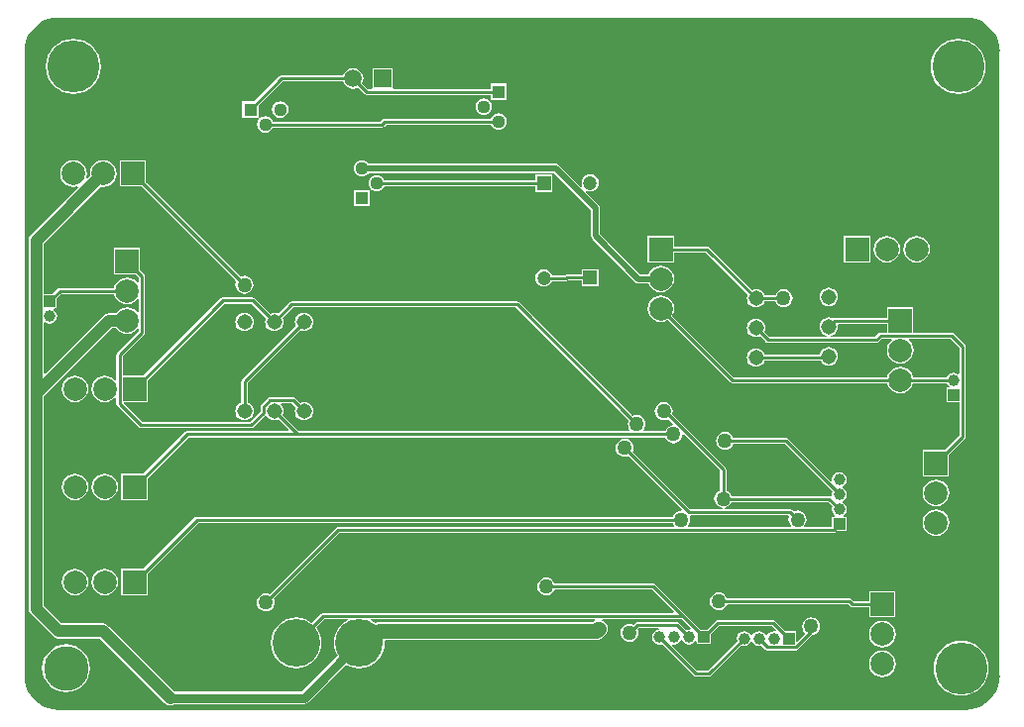
<source format=gbl>
G04*
G04 #@! TF.GenerationSoftware,Altium Limited,Altium Designer,20.0.9 (164)*
G04*
G04 Layer_Physical_Order=2*
G04 Layer_Color=16711680*
%FSLAX25Y25*%
%MOIN*%
G70*
G01*
G75*
%ADD17C,0.01000*%
%ADD64C,0.02000*%
%ADD66C,0.04000*%
%ADD67C,0.03000*%
%ADD68C,0.05906*%
%ADD69R,0.05906X0.05906*%
%ADD70R,0.07913X0.07913*%
%ADD71C,0.07913*%
%ADD72R,0.07913X0.07913*%
%ADD73C,0.05150*%
%ADD74C,0.03937*%
%ADD75R,0.03937X0.03937*%
%ADD76R,0.04449X0.04449*%
%ADD77C,0.04449*%
%ADD78R,0.03937X0.03937*%
%ADD79C,0.16000*%
%ADD80R,0.04449X0.04449*%
%ADD81C,0.04724*%
%ADD82R,0.04724X0.04724*%
%ADD83C,0.05000*%
%ADD84C,0.15000*%
%ADD85C,0.17500*%
%ADD86C,0.05000*%
G36*
X451797Y341344D02*
X453549Y340923D01*
X455214Y340234D01*
X456751Y339292D01*
X458121Y338121D01*
X459292Y336751D01*
X460234Y335214D01*
X460923Y333549D01*
X461344Y331797D01*
X461484Y330018D01*
X461480Y330000D01*
Y120000D01*
X461484Y119982D01*
X461344Y118203D01*
X460923Y116451D01*
X460234Y114786D01*
X459292Y113249D01*
X458121Y111879D01*
X456751Y110708D01*
X455214Y109766D01*
X453549Y109077D01*
X451797Y108656D01*
X450018Y108516D01*
X450000Y108520D01*
X145000D01*
X144982Y108516D01*
X143203Y108656D01*
X141451Y109077D01*
X139786Y109766D01*
X138249Y110708D01*
X136879Y111879D01*
X135708Y113249D01*
X134766Y114786D01*
X134077Y116451D01*
X133656Y118203D01*
X133516Y119982D01*
X133520Y120000D01*
X133519Y330000D01*
X133520Y330000D01*
X133520D01*
X133553Y330486D01*
X133656Y331797D01*
X134077Y333549D01*
X134766Y335214D01*
X135708Y336751D01*
X136879Y338121D01*
X138249Y339292D01*
X139786Y340234D01*
X141451Y340923D01*
X143203Y341344D01*
X144982Y341484D01*
X145000Y341480D01*
X450000D01*
X450018Y341484D01*
X451797Y341344D01*
D02*
G37*
%LPC*%
G36*
X447500Y334295D02*
X445687Y334116D01*
X443943Y333587D01*
X442336Y332728D01*
X440928Y331572D01*
X439772Y330164D01*
X438913Y328557D01*
X438384Y326813D01*
X438205Y325000D01*
X438384Y323187D01*
X438913Y321443D01*
X439772Y319836D01*
X440928Y318428D01*
X442336Y317272D01*
X443943Y316413D01*
X445687Y315884D01*
X447500Y315705D01*
X449313Y315884D01*
X451057Y316413D01*
X452664Y317272D01*
X454072Y318428D01*
X455228Y319836D01*
X456087Y321443D01*
X456616Y323187D01*
X456795Y325000D01*
X456616Y326813D01*
X456087Y328557D01*
X455228Y330164D01*
X454072Y331572D01*
X452664Y332728D01*
X451057Y333587D01*
X449313Y334116D01*
X447500Y334295D01*
D02*
G37*
G36*
X150000D02*
X148187Y334116D01*
X146443Y333587D01*
X144836Y332728D01*
X143428Y331572D01*
X142272Y330164D01*
X141413Y328557D01*
X140884Y326813D01*
X140705Y325000D01*
X140884Y323187D01*
X141413Y321443D01*
X142272Y319836D01*
X143428Y318428D01*
X144836Y317272D01*
X146443Y316413D01*
X148187Y315884D01*
X150000Y315705D01*
X151813Y315884D01*
X153557Y316413D01*
X155164Y317272D01*
X156572Y318428D01*
X157728Y319836D01*
X158587Y321443D01*
X159116Y323187D01*
X159295Y325000D01*
X159116Y326813D01*
X158587Y328557D01*
X157728Y330164D01*
X156572Y331572D01*
X155164Y332728D01*
X153557Y333587D01*
X151813Y334116D01*
X150000Y334295D01*
D02*
G37*
G36*
X244000Y324482D02*
X243099Y324364D01*
X242259Y324016D01*
X241537Y323463D01*
X240984Y322741D01*
X240685Y322020D01*
X220000D01*
X219610Y321942D01*
X219279Y321721D01*
X210783Y313224D01*
X206776D01*
Y307776D01*
X211731D01*
X211736Y307776D01*
X211736Y307776D01*
X212209Y307776D01*
X212524Y307400D01*
X212120Y306874D01*
X211846Y306211D01*
X211752Y305500D01*
X211846Y304789D01*
X212120Y304126D01*
X212557Y303557D01*
X213126Y303120D01*
X213789Y302846D01*
X214500Y302752D01*
X215211Y302846D01*
X215874Y303120D01*
X216443Y303557D01*
X216880Y304126D01*
X217026Y304480D01*
X253800D01*
X254190Y304558D01*
X254521Y304779D01*
X255222Y305480D01*
X290474D01*
X290620Y305126D01*
X291057Y304557D01*
X291626Y304120D01*
X292289Y303846D01*
X293000Y303752D01*
X293711Y303846D01*
X294374Y304120D01*
X294943Y304557D01*
X295380Y305126D01*
X295654Y305789D01*
X295748Y306500D01*
X295654Y307211D01*
X295380Y307874D01*
X294943Y308443D01*
X294374Y308880D01*
X293711Y309154D01*
X293000Y309248D01*
X292289Y309154D01*
X291626Y308880D01*
X291057Y308443D01*
X290620Y307874D01*
X290474Y307520D01*
X254800D01*
X254410Y307442D01*
X254079Y307221D01*
X253378Y306520D01*
X217026D01*
X216880Y306874D01*
X216443Y307443D01*
X215874Y307880D01*
X215211Y308154D01*
X214500Y308248D01*
X213789Y308154D01*
X213126Y307880D01*
X212600Y307476D01*
X212224Y307791D01*
X212224Y308264D01*
X212224Y308264D01*
X212224Y308269D01*
Y311783D01*
X220422Y319980D01*
X240685D01*
X240984Y319259D01*
X241537Y318537D01*
X242259Y317984D01*
X243099Y317636D01*
X244000Y317517D01*
X244901Y317636D01*
X245623Y317935D01*
X247779Y315779D01*
X248110Y315558D01*
X248500Y315480D01*
X290276D01*
Y314269D01*
X290276Y314264D01*
X290276Y314264D01*
X290276Y313791D01*
X289899Y313476D01*
X289374Y313880D01*
X288711Y314154D01*
X288000Y314248D01*
X287289Y314154D01*
X286626Y313880D01*
X286057Y313443D01*
X285620Y312874D01*
X285346Y312211D01*
X285252Y311500D01*
X285346Y310789D01*
X285620Y310126D01*
X286057Y309557D01*
X286626Y309120D01*
X287289Y308846D01*
X288000Y308752D01*
X288711Y308846D01*
X289374Y309120D01*
X289943Y309557D01*
X290380Y310126D01*
X290654Y310789D01*
X290748Y311500D01*
X290654Y312211D01*
X290380Y312874D01*
X289977Y313400D01*
X290291Y313776D01*
X290764Y313776D01*
X290764Y313776D01*
X290769Y313776D01*
X295724D01*
Y319224D01*
X290276D01*
Y317520D01*
X257941D01*
X257453Y317547D01*
X257453Y318020D01*
Y324453D01*
X250547D01*
X250547Y317547D01*
X250059Y317520D01*
X248922D01*
X247065Y319377D01*
X247364Y320099D01*
X247482Y321000D01*
X247364Y321901D01*
X247016Y322741D01*
X246462Y323463D01*
X245741Y324016D01*
X244901Y324364D01*
X244000Y324482D01*
D02*
G37*
G36*
X219500Y313248D02*
X218789Y313154D01*
X218126Y312880D01*
X217557Y312443D01*
X217120Y311874D01*
X216846Y311211D01*
X216752Y310500D01*
X216846Y309789D01*
X217120Y309126D01*
X217557Y308557D01*
X218126Y308120D01*
X218789Y307846D01*
X219500Y307752D01*
X220211Y307846D01*
X220874Y308120D01*
X221443Y308557D01*
X221880Y309126D01*
X222154Y309789D01*
X222248Y310500D01*
X222154Y311211D01*
X221880Y311874D01*
X221443Y312443D01*
X220874Y312880D01*
X220211Y313154D01*
X219500Y313248D01*
D02*
G37*
G36*
X160000Y293495D02*
X158837Y293342D01*
X157752Y292893D01*
X156822Y292179D01*
X156107Y291248D01*
X155658Y290163D01*
X155505Y289000D01*
X155608Y288213D01*
X154637Y287242D01*
X154213Y287525D01*
X154342Y287837D01*
X154495Y289000D01*
X154342Y290163D01*
X153893Y291248D01*
X153179Y292179D01*
X152248Y292893D01*
X151163Y293342D01*
X150000Y293495D01*
X148837Y293342D01*
X147752Y292893D01*
X146821Y292179D01*
X146107Y291248D01*
X145658Y290163D01*
X145505Y289000D01*
X145658Y287837D01*
X146107Y286752D01*
X146821Y285822D01*
X147752Y285107D01*
X148837Y284658D01*
X150000Y284505D01*
X151163Y284658D01*
X151475Y284787D01*
X151759Y284363D01*
X135698Y268302D01*
X135145Y267476D01*
X134951Y266500D01*
Y215000D01*
Y142500D01*
X135145Y141525D01*
X135698Y140698D01*
X143198Y133198D01*
X144025Y132645D01*
X145000Y132451D01*
X158944D01*
X180698Y110698D01*
X181525Y110145D01*
X182500Y109951D01*
X183475Y110145D01*
X183948Y110461D01*
X227630D01*
X228410Y110616D01*
X229072Y111058D01*
X241728Y123715D01*
X242862Y123109D01*
X244464Y122623D01*
X246130Y122459D01*
X247796Y122623D01*
X249398Y123109D01*
X250875Y123898D01*
X252169Y124960D01*
X253232Y126255D01*
X254021Y127731D01*
X254507Y129334D01*
X254671Y131000D01*
X254612Y131604D01*
X254947Y131974D01*
X325800D01*
X326583Y132077D01*
X327313Y132379D01*
X327940Y132860D01*
X328740Y133660D01*
X329221Y134287D01*
X329523Y135017D01*
X329626Y135800D01*
X329523Y136583D01*
X329221Y137313D01*
X328740Y137940D01*
X328113Y138420D01*
X327727Y138580D01*
X327826Y139080D01*
X354478D01*
X357663Y135895D01*
X357417Y135434D01*
X357000Y135517D01*
X356103Y135338D01*
X353721Y137721D01*
X353390Y137942D01*
X353000Y138020D01*
X339600D01*
X339210Y137942D01*
X338879Y137721D01*
X338277Y137118D01*
X337783Y137323D01*
X337000Y137426D01*
X336217Y137323D01*
X335487Y137021D01*
X334860Y136540D01*
X334380Y135913D01*
X334077Y135183D01*
X333974Y134400D01*
X334077Y133617D01*
X334380Y132887D01*
X334860Y132260D01*
X335487Y131780D01*
X336217Y131477D01*
X337000Y131374D01*
X337783Y131477D01*
X338513Y131780D01*
X339140Y132260D01*
X339620Y132887D01*
X339923Y133617D01*
X340026Y134400D01*
X339923Y135183D01*
X339754Y135592D01*
X340068Y135980D01*
X346730D01*
X346768Y135972D01*
X346817Y135480D01*
X346707Y135459D01*
X346037Y135325D01*
X345220Y134780D01*
X344675Y133963D01*
X344483Y133000D01*
X344675Y132037D01*
X345220Y131220D01*
X346037Y130675D01*
X347000Y130483D01*
X347897Y130661D01*
X358579Y119979D01*
X358910Y119758D01*
X359300Y119680D01*
X363700D01*
X364090Y119758D01*
X364421Y119979D01*
X374603Y130161D01*
X375500Y129983D01*
X376463Y130175D01*
X377280Y130720D01*
X377722Y131383D01*
X377764Y131397D01*
X378237D01*
X378278Y131383D01*
X378720Y130720D01*
X379537Y130175D01*
X380500Y129983D01*
X381397Y130161D01*
X382748Y128811D01*
X383078Y128589D01*
X383469Y128512D01*
X392883D01*
X393273Y128589D01*
X393604Y128811D01*
X398383Y133589D01*
X398858Y133652D01*
X399588Y133954D01*
X400214Y134435D01*
X400695Y135062D01*
X400998Y135792D01*
X401101Y136575D01*
X400998Y137358D01*
X400695Y138088D01*
X400214Y138714D01*
X399588Y139195D01*
X398858Y139498D01*
X398075Y139601D01*
X397292Y139498D01*
X396562Y139195D01*
X395935Y138714D01*
X395454Y138088D01*
X395152Y137358D01*
X395049Y136575D01*
X395152Y135792D01*
X395454Y135062D01*
X395935Y134435D01*
X395960Y134051D01*
X393430Y131521D01*
X392969Y131712D01*
Y134968D01*
X389473D01*
X386121Y138321D01*
X385790Y138542D01*
X385400Y138620D01*
X366600D01*
X366210Y138542D01*
X365879Y138321D01*
X363027Y135468D01*
X360973D01*
X355621Y140821D01*
X345721Y150721D01*
X345390Y150942D01*
X345000Y151020D01*
X311825D01*
X311620Y151513D01*
X311140Y152140D01*
X310513Y152620D01*
X309783Y152923D01*
X309000Y153026D01*
X308217Y152923D01*
X307487Y152620D01*
X306860Y152140D01*
X306380Y151513D01*
X306077Y150783D01*
X305974Y150000D01*
X306077Y149217D01*
X306380Y148487D01*
X306860Y147860D01*
X307487Y147380D01*
X308217Y147077D01*
X309000Y146974D01*
X309783Y147077D01*
X310513Y147380D01*
X311140Y147860D01*
X311620Y148487D01*
X311825Y148980D01*
X344578D01*
X351976Y141581D01*
X351785Y141120D01*
X233970D01*
X233580Y141042D01*
X233249Y140821D01*
X230118Y137689D01*
X229615Y138102D01*
X228138Y138891D01*
X226536Y139377D01*
X224870Y139541D01*
X223204Y139377D01*
X221602Y138891D01*
X220125Y138102D01*
X218830Y137039D01*
X217768Y135745D01*
X216979Y134269D01*
X216493Y132666D01*
X216329Y131000D01*
X216493Y129334D01*
X216979Y127731D01*
X217768Y126255D01*
X218830Y124960D01*
X220125Y123898D01*
X221602Y123109D01*
X223204Y122623D01*
X224870Y122459D01*
X226536Y122623D01*
X228138Y123109D01*
X229615Y123898D01*
X230909Y124960D01*
X231972Y126255D01*
X232761Y127731D01*
X233247Y129334D01*
X233411Y131000D01*
X233247Y132666D01*
X232761Y134269D01*
X231972Y135745D01*
X231559Y136248D01*
X234392Y139080D01*
X242155D01*
X242280Y138580D01*
X241385Y138102D01*
X240090Y137039D01*
X239028Y135745D01*
X238239Y134269D01*
X237753Y132666D01*
X237589Y131000D01*
X237753Y129334D01*
X238239Y127731D01*
X238845Y126599D01*
X226785Y114539D01*
X184066D01*
X161802Y136802D01*
X160976Y137355D01*
X160000Y137549D01*
X146056D01*
X140049Y143556D01*
Y213944D01*
X163056Y236951D01*
X164338D01*
X164822Y236321D01*
X165752Y235607D01*
X166837Y235158D01*
X168000Y235005D01*
X169163Y235158D01*
X170248Y235607D01*
X171178Y236321D01*
X171480Y236715D01*
X171980Y236545D01*
Y235922D01*
X164779Y228721D01*
X164558Y228390D01*
X164480Y228000D01*
Y219455D01*
X163980Y219285D01*
X163679Y219678D01*
X162748Y220393D01*
X161663Y220842D01*
X160500Y220995D01*
X159337Y220842D01*
X158252Y220393D01*
X157322Y219678D01*
X156607Y218748D01*
X156158Y217663D01*
X156005Y216500D01*
X156158Y215337D01*
X156607Y214252D01*
X157322Y213321D01*
X158252Y212607D01*
X159337Y212158D01*
X160500Y212005D01*
X161663Y212158D01*
X162748Y212607D01*
X163679Y213321D01*
X163980Y213715D01*
X164480Y213545D01*
Y211500D01*
X164558Y211110D01*
X164779Y210779D01*
X171979Y203579D01*
X172310Y203358D01*
X172700Y203280D01*
X209800D01*
X210190Y203358D01*
X210521Y203579D01*
X214308Y207366D01*
X214439Y207387D01*
X214938Y207289D01*
X215307Y206807D01*
X215949Y206314D01*
X216697Y206004D01*
X217500Y205899D01*
X218303Y206004D01*
X218834Y206224D01*
X222376Y202681D01*
X222185Y202220D01*
X188200D01*
X187810Y202142D01*
X187479Y201921D01*
X173515Y187957D01*
X166043D01*
Y179043D01*
X174957D01*
Y186515D01*
X188622Y200180D01*
X348980D01*
X349184Y199687D01*
X349665Y199060D01*
X350292Y198580D01*
X351022Y198277D01*
X351805Y198174D01*
X352588Y198277D01*
X353318Y198580D01*
X353944Y199060D01*
X354425Y199687D01*
X354728Y200417D01*
X354804Y201001D01*
X355308Y201205D01*
X367480Y189032D01*
Y182325D01*
X366987Y182121D01*
X366360Y181640D01*
X365880Y181013D01*
X365577Y180283D01*
X365474Y179500D01*
X365577Y178717D01*
X365880Y177987D01*
X366360Y177360D01*
X366987Y176880D01*
X367717Y176577D01*
X368155Y176520D01*
X368122Y176020D01*
X357422D01*
X338118Y195324D01*
X338323Y195817D01*
X338426Y196600D01*
X338323Y197383D01*
X338020Y198113D01*
X337540Y198740D01*
X336913Y199221D01*
X336183Y199523D01*
X335400Y199626D01*
X334617Y199523D01*
X333887Y199221D01*
X333260Y198740D01*
X332780Y198113D01*
X332477Y197383D01*
X332374Y196600D01*
X332477Y195817D01*
X332780Y195087D01*
X333260Y194460D01*
X333887Y193980D01*
X334617Y193677D01*
X335400Y193574D01*
X336183Y193677D01*
X336677Y193882D01*
X354609Y175949D01*
X354601Y175933D01*
X354334Y175517D01*
X353617Y175423D01*
X352887Y175120D01*
X352260Y174640D01*
X351780Y174013D01*
X351575Y173520D01*
X191500D01*
X191110Y173442D01*
X190779Y173221D01*
X173515Y155957D01*
X166043D01*
Y147043D01*
X174957D01*
Y154515D01*
X191922Y171480D01*
X351575D01*
X351780Y170987D01*
X352138Y170520D01*
X351927Y170020D01*
X239050D01*
X238660Y169942D01*
X238329Y169721D01*
X215977Y147368D01*
X215483Y147572D01*
X214700Y147676D01*
X213917Y147572D01*
X213187Y147270D01*
X212560Y146789D01*
X212080Y146162D01*
X211777Y145433D01*
X211674Y144650D01*
X211777Y143866D01*
X212080Y143137D01*
X212560Y142510D01*
X213187Y142029D01*
X213917Y141727D01*
X214700Y141624D01*
X215483Y141727D01*
X216213Y142029D01*
X216840Y142510D01*
X217320Y143137D01*
X217623Y143866D01*
X217726Y144650D01*
X217623Y145433D01*
X217418Y145926D01*
X239473Y167980D01*
X405500D01*
X405890Y168058D01*
X406221Y168279D01*
X406473Y168532D01*
X409969D01*
Y173468D01*
X409055D01*
X408903Y173969D01*
X409280Y174220D01*
X409825Y175037D01*
X410017Y176000D01*
X409825Y176963D01*
X409280Y177780D01*
X408617Y178222D01*
X408603Y178263D01*
Y178736D01*
X408617Y178778D01*
X409280Y179220D01*
X409825Y180037D01*
X410017Y181000D01*
X409825Y181963D01*
X409280Y182780D01*
X408617Y183222D01*
X408603Y183264D01*
Y183737D01*
X408617Y183778D01*
X409280Y184220D01*
X409825Y185037D01*
X410017Y186000D01*
X409825Y186963D01*
X409280Y187780D01*
X408463Y188325D01*
X407500Y188517D01*
X406537Y188325D01*
X405720Y187780D01*
X405175Y186963D01*
X404983Y186000D01*
X405066Y185583D01*
X404605Y185337D01*
X390221Y199721D01*
X389890Y199942D01*
X389500Y200020D01*
X371925D01*
X371721Y200513D01*
X371240Y201140D01*
X370613Y201621D01*
X369883Y201923D01*
X369100Y202026D01*
X368317Y201923D01*
X367587Y201621D01*
X366960Y201140D01*
X366479Y200513D01*
X366177Y199783D01*
X366074Y199000D01*
X366177Y198217D01*
X366479Y197487D01*
X366960Y196860D01*
X367587Y196379D01*
X368317Y196077D01*
X369100Y195974D01*
X369883Y196077D01*
X370613Y196379D01*
X371240Y196860D01*
X371721Y197487D01*
X371925Y197980D01*
X389078D01*
X405162Y181897D01*
X404983Y181000D01*
X405067Y180578D01*
X404944Y180451D01*
X404614Y180292D01*
X404390Y180442D01*
X404000Y180520D01*
X371325D01*
X371121Y181013D01*
X370640Y181640D01*
X370013Y182121D01*
X369520Y182325D01*
Y189454D01*
X369442Y189845D01*
X369221Y190175D01*
X351352Y208045D01*
X351423Y208217D01*
X351526Y209000D01*
X351423Y209783D01*
X351120Y210513D01*
X350640Y211140D01*
X350013Y211620D01*
X349283Y211923D01*
X348500Y212026D01*
X347717Y211923D01*
X346987Y211620D01*
X346360Y211140D01*
X345880Y210513D01*
X345577Y209783D01*
X345474Y209000D01*
X345577Y208217D01*
X345880Y207487D01*
X346360Y206860D01*
X346987Y206380D01*
X347717Y206077D01*
X348500Y205974D01*
X349283Y206077D01*
X350013Y206380D01*
X350081Y206432D01*
X351810Y204703D01*
X351606Y204200D01*
X351022Y204123D01*
X350292Y203820D01*
X349665Y203340D01*
X349184Y202713D01*
X348980Y202220D01*
X341877D01*
X341666Y202720D01*
X342024Y203187D01*
X342327Y203917D01*
X342430Y204700D01*
X342327Y205483D01*
X342024Y206213D01*
X341543Y206840D01*
X340917Y207320D01*
X340187Y207623D01*
X339404Y207726D01*
X338621Y207623D01*
X338127Y207418D01*
X299925Y245621D01*
X299594Y245842D01*
X299204Y245920D01*
X223400D01*
X223010Y245842D01*
X222679Y245621D01*
X218834Y241776D01*
X218303Y241996D01*
X217500Y242101D01*
X216697Y241996D01*
X216166Y241776D01*
X211021Y246921D01*
X210690Y247142D01*
X210300Y247220D01*
X200200D01*
X199810Y247142D01*
X199479Y246921D01*
X173515Y220957D01*
X166520D01*
Y227578D01*
X173721Y234779D01*
X173942Y235110D01*
X174020Y235500D01*
Y254500D01*
X173942Y254890D01*
X173721Y255221D01*
X172457Y256485D01*
Y263957D01*
X163543D01*
Y255043D01*
X171015D01*
X171980Y254078D01*
Y252455D01*
X171480Y252285D01*
X171178Y252678D01*
X170248Y253393D01*
X169163Y253842D01*
X168000Y253995D01*
X166837Y253842D01*
X165752Y253393D01*
X164822Y252678D01*
X164107Y251748D01*
X163658Y250663D01*
X163639Y250520D01*
X145500D01*
X145110Y250442D01*
X144779Y250221D01*
X143027Y248468D01*
X140049D01*
Y265444D01*
X159213Y284608D01*
X160000Y284505D01*
X161163Y284658D01*
X162248Y285107D01*
X163179Y285822D01*
X163893Y286752D01*
X164342Y287837D01*
X164495Y289000D01*
X164342Y290163D01*
X163893Y291248D01*
X163179Y292179D01*
X162248Y292893D01*
X161163Y293342D01*
X160000Y293495D01*
D02*
G37*
G36*
X311012Y288563D02*
X305287D01*
Y286720D01*
X254487D01*
X254340Y287075D01*
X253904Y287644D01*
X253335Y288081D01*
X252672Y288355D01*
X251961Y288449D01*
X251249Y288355D01*
X250587Y288081D01*
X250017Y287644D01*
X249581Y287075D01*
X249306Y286412D01*
X249213Y285701D01*
X249306Y284990D01*
X249581Y284327D01*
X249984Y283801D01*
X249670Y283425D01*
X249196Y283425D01*
X249196Y283425D01*
X249191Y283425D01*
X244236D01*
Y277976D01*
X249685D01*
Y282932D01*
X249685Y282936D01*
X249685Y282937D01*
X249685Y283410D01*
X250061Y283724D01*
X250587Y283321D01*
X251249Y283047D01*
X251961Y282953D01*
X252672Y283047D01*
X253335Y283321D01*
X253904Y283758D01*
X254340Y284327D01*
X254487Y284681D01*
X305287D01*
Y282839D01*
X311012D01*
Y288563D01*
D02*
G37*
G36*
X246961Y293449D02*
X246249Y293355D01*
X245587Y293081D01*
X245018Y292644D01*
X244581Y292075D01*
X244306Y291412D01*
X244213Y290701D01*
X244306Y289990D01*
X244581Y289327D01*
X245018Y288758D01*
X245587Y288321D01*
X246249Y288047D01*
X246961Y287953D01*
X247672Y288047D01*
X248335Y288321D01*
X248904Y288758D01*
X249221Y289171D01*
X311666D01*
X324037Y276800D01*
Y267933D01*
X324154Y267348D01*
X324485Y266852D01*
X338919Y252419D01*
X339415Y252087D01*
X340000Y251971D01*
X343310D01*
X343607Y251252D01*
X344321Y250322D01*
X345252Y249607D01*
X346337Y249158D01*
X347500Y249005D01*
X348663Y249158D01*
X349748Y249607D01*
X350678Y250322D01*
X351393Y251252D01*
X351842Y252337D01*
X351995Y253500D01*
X351842Y254663D01*
X351393Y255748D01*
X350678Y256679D01*
X349748Y257393D01*
X348663Y257842D01*
X347500Y257995D01*
X346337Y257842D01*
X345252Y257393D01*
X344321Y256679D01*
X343607Y255748D01*
X343310Y255029D01*
X340634D01*
X327096Y268567D01*
Y277433D01*
X326979Y278019D01*
X326648Y278515D01*
X322397Y282766D01*
X322680Y283190D01*
X322989Y283062D01*
X323736Y282963D01*
X324483Y283062D01*
X325179Y283350D01*
X325777Y283809D01*
X326236Y284407D01*
X326524Y285103D01*
X326623Y285850D01*
X326524Y286598D01*
X326236Y287294D01*
X325777Y287892D01*
X325179Y288351D01*
X324483Y288639D01*
X323736Y288737D01*
X322989Y288639D01*
X322292Y288351D01*
X321695Y287892D01*
X321236Y287294D01*
X320948Y286598D01*
X320849Y285850D01*
X320948Y285103D01*
X321075Y284795D01*
X320651Y284511D01*
X313381Y291782D01*
X312884Y292114D01*
X312299Y292230D01*
X249221D01*
X248904Y292644D01*
X248335Y293081D01*
X247672Y293355D01*
X246961Y293449D01*
D02*
G37*
G36*
X417957Y267957D02*
X409043D01*
Y259043D01*
X417957D01*
Y267957D01*
D02*
G37*
G36*
X433500Y267995D02*
X432337Y267842D01*
X431252Y267393D01*
X430322Y266679D01*
X429607Y265748D01*
X429158Y264663D01*
X429005Y263500D01*
X429158Y262337D01*
X429607Y261252D01*
X430322Y260321D01*
X431252Y259607D01*
X432337Y259158D01*
X433500Y259005D01*
X434663Y259158D01*
X435748Y259607D01*
X436679Y260321D01*
X437393Y261252D01*
X437842Y262337D01*
X437995Y263500D01*
X437842Y264663D01*
X437393Y265748D01*
X436679Y266679D01*
X435748Y267393D01*
X434663Y267842D01*
X433500Y267995D01*
D02*
G37*
G36*
X423500D02*
X422337Y267842D01*
X421252Y267393D01*
X420322Y266679D01*
X419607Y265748D01*
X419158Y264663D01*
X419005Y263500D01*
X419158Y262337D01*
X419607Y261252D01*
X420322Y260321D01*
X421252Y259607D01*
X422337Y259158D01*
X423500Y259005D01*
X424663Y259158D01*
X425748Y259607D01*
X426679Y260321D01*
X427393Y261252D01*
X427842Y262337D01*
X427995Y263500D01*
X427842Y264663D01*
X427393Y265748D01*
X426679Y266679D01*
X425748Y267393D01*
X424663Y267842D01*
X423500Y267995D01*
D02*
G37*
G36*
X326598Y256823D02*
X320874D01*
Y254980D01*
X315950D01*
X315559Y254903D01*
X315452Y254831D01*
X310825D01*
X310650Y255254D01*
X310191Y255852D01*
X309593Y256311D01*
X308897Y256599D01*
X308150Y256698D01*
X307402Y256599D01*
X306706Y256311D01*
X306108Y255852D01*
X305649Y255254D01*
X305361Y254558D01*
X305263Y253811D01*
X305361Y253064D01*
X305649Y252367D01*
X306108Y251770D01*
X306706Y251311D01*
X307402Y251023D01*
X308150Y250924D01*
X308897Y251023D01*
X309593Y251311D01*
X310191Y251770D01*
X310650Y252367D01*
X310825Y252791D01*
X315800D01*
X316190Y252869D01*
X316298Y252941D01*
X320874D01*
Y251098D01*
X326598D01*
Y256823D01*
D02*
G37*
G36*
X174457Y293457D02*
X165543D01*
Y284543D01*
X173015D01*
X204782Y252777D01*
X204577Y252283D01*
X204474Y251500D01*
X204577Y250717D01*
X204879Y249987D01*
X205360Y249360D01*
X205987Y248880D01*
X206717Y248577D01*
X207500Y248474D01*
X208283Y248577D01*
X209013Y248880D01*
X209640Y249360D01*
X210121Y249987D01*
X210423Y250717D01*
X210526Y251500D01*
X210423Y252283D01*
X210121Y253013D01*
X209640Y253640D01*
X209013Y254120D01*
X208283Y254423D01*
X207500Y254526D01*
X206717Y254423D01*
X206224Y254218D01*
X174457Y285985D01*
Y293457D01*
D02*
G37*
G36*
X404000Y250601D02*
X403197Y250496D01*
X402449Y250186D01*
X401807Y249693D01*
X401314Y249051D01*
X401004Y248303D01*
X400899Y247500D01*
X401004Y246697D01*
X401314Y245949D01*
X401807Y245307D01*
X402449Y244814D01*
X403197Y244504D01*
X404000Y244399D01*
X404803Y244504D01*
X405551Y244814D01*
X406193Y245307D01*
X406686Y245949D01*
X406996Y246697D01*
X407101Y247500D01*
X406996Y248303D01*
X406686Y249051D01*
X406193Y249693D01*
X405551Y250186D01*
X404803Y250496D01*
X404000Y250601D01*
D02*
G37*
G36*
X351957Y267957D02*
X343043D01*
Y259043D01*
X351957D01*
Y262480D01*
X362578D01*
X376724Y248334D01*
X376504Y247803D01*
X376399Y247000D01*
X376504Y246197D01*
X376814Y245449D01*
X377307Y244807D01*
X377949Y244314D01*
X378697Y244004D01*
X379500Y243899D01*
X380303Y244004D01*
X381051Y244314D01*
X381693Y244807D01*
X382186Y245449D01*
X382406Y245980D01*
X385975D01*
X386179Y245487D01*
X386660Y244860D01*
X387287Y244379D01*
X388017Y244077D01*
X388800Y243974D01*
X389583Y244077D01*
X390313Y244379D01*
X390940Y244860D01*
X391421Y245487D01*
X391723Y246217D01*
X391826Y247000D01*
X391723Y247783D01*
X391421Y248513D01*
X390940Y249140D01*
X390313Y249621D01*
X389583Y249923D01*
X388800Y250026D01*
X388017Y249923D01*
X387287Y249621D01*
X386660Y249140D01*
X386179Y248513D01*
X385975Y248020D01*
X382406D01*
X382186Y248551D01*
X381693Y249193D01*
X381051Y249686D01*
X380303Y249996D01*
X379500Y250101D01*
X378697Y249996D01*
X378166Y249776D01*
X363721Y264221D01*
X363390Y264442D01*
X363000Y264520D01*
X351957D01*
Y267957D01*
D02*
G37*
G36*
X404000Y230601D02*
X403197Y230496D01*
X402449Y230186D01*
X401807Y229693D01*
X401314Y229051D01*
X401004Y228303D01*
X400967Y228020D01*
X382406D01*
X382186Y228551D01*
X381693Y229193D01*
X381051Y229686D01*
X380303Y229996D01*
X379500Y230101D01*
X378697Y229996D01*
X377949Y229686D01*
X377307Y229193D01*
X376814Y228551D01*
X376504Y227803D01*
X376399Y227000D01*
X376504Y226197D01*
X376814Y225449D01*
X377307Y224807D01*
X377949Y224314D01*
X378697Y224004D01*
X379500Y223899D01*
X380303Y224004D01*
X381051Y224314D01*
X381693Y224807D01*
X382186Y225449D01*
X382406Y225980D01*
X401301D01*
X401314Y225949D01*
X401807Y225307D01*
X402449Y224814D01*
X403197Y224504D01*
X404000Y224399D01*
X404803Y224504D01*
X405551Y224814D01*
X406193Y225307D01*
X406686Y225949D01*
X406996Y226697D01*
X407101Y227500D01*
X406996Y228303D01*
X406686Y229051D01*
X406193Y229693D01*
X405551Y230186D01*
X404803Y230496D01*
X404000Y230601D01*
D02*
G37*
G36*
X150500Y220995D02*
X149337Y220842D01*
X148252Y220393D01*
X147321Y219678D01*
X146607Y218748D01*
X146158Y217663D01*
X146005Y216500D01*
X146158Y215337D01*
X146607Y214252D01*
X147321Y213321D01*
X148252Y212607D01*
X149337Y212158D01*
X150500Y212005D01*
X151663Y212158D01*
X152748Y212607D01*
X153679Y213321D01*
X154393Y214252D01*
X154842Y215337D01*
X154995Y216500D01*
X154842Y217663D01*
X154393Y218748D01*
X153679Y219678D01*
X152748Y220393D01*
X151663Y220842D01*
X150500Y220995D01*
D02*
G37*
G36*
X347500Y247995D02*
X346337Y247842D01*
X345252Y247393D01*
X344321Y246678D01*
X343607Y245748D01*
X343158Y244663D01*
X343005Y243500D01*
X343158Y242337D01*
X343607Y241252D01*
X344321Y240321D01*
X345252Y239607D01*
X346337Y239158D01*
X347500Y239005D01*
X348663Y239158D01*
X349748Y239607D01*
X349863Y239695D01*
X370779Y218779D01*
X371110Y218558D01*
X371500Y218480D01*
X423639D01*
X423658Y218337D01*
X424107Y217252D01*
X424822Y216321D01*
X425752Y215607D01*
X426837Y215158D01*
X428000Y215005D01*
X429163Y215158D01*
X430248Y215607D01*
X431179Y216321D01*
X431893Y217252D01*
X432342Y218337D01*
X432361Y218480D01*
X443712D01*
X444220Y217720D01*
X444597Y217469D01*
X444446Y216968D01*
X443532D01*
Y212032D01*
X447980D01*
Y200922D01*
X443015Y195957D01*
X435543D01*
Y187043D01*
X444457D01*
Y194515D01*
X449721Y199779D01*
X449942Y200110D01*
X450020Y200500D01*
Y230800D01*
X449942Y231190D01*
X449721Y231521D01*
X446021Y235221D01*
X445690Y235442D01*
X445300Y235520D01*
X432457D01*
Y243957D01*
X423543D01*
Y240520D01*
X406000D01*
X405610Y240442D01*
X405350Y240269D01*
X404803Y240496D01*
X404000Y240601D01*
X403197Y240496D01*
X402449Y240186D01*
X401807Y239693D01*
X401314Y239051D01*
X401004Y238303D01*
X400899Y237500D01*
X401004Y236697D01*
X401314Y235949D01*
X401807Y235307D01*
X402449Y234814D01*
X403197Y234504D01*
X403113Y234020D01*
X383922D01*
X382276Y235666D01*
X382496Y236197D01*
X382601Y237000D01*
X382496Y237803D01*
X382186Y238551D01*
X381693Y239193D01*
X381051Y239686D01*
X380303Y239996D01*
X379500Y240101D01*
X378697Y239996D01*
X377949Y239686D01*
X377307Y239193D01*
X376814Y238551D01*
X376504Y237803D01*
X376399Y237000D01*
X376504Y236197D01*
X376814Y235449D01*
X377307Y234807D01*
X377949Y234314D01*
X378697Y234004D01*
X379500Y233899D01*
X380303Y234004D01*
X380834Y234224D01*
X382779Y232279D01*
X383110Y232058D01*
X383500Y231980D01*
X420000D01*
X420390Y232058D01*
X420721Y232279D01*
X421922Y233480D01*
X425045D01*
X425215Y232980D01*
X424822Y232679D01*
X424107Y231748D01*
X423658Y230663D01*
X423505Y229500D01*
X423658Y228337D01*
X424107Y227252D01*
X424822Y226322D01*
X425752Y225607D01*
X426837Y225158D01*
X428000Y225005D01*
X429163Y225158D01*
X430248Y225607D01*
X431179Y226322D01*
X431893Y227252D01*
X432342Y228337D01*
X432495Y229500D01*
X432342Y230663D01*
X431893Y231748D01*
X431179Y232679D01*
X430785Y232980D01*
X430955Y233480D01*
X444878D01*
X447980Y230378D01*
Y221747D01*
X447480Y221480D01*
X446963Y221825D01*
X446000Y222017D01*
X445037Y221825D01*
X444220Y221280D01*
X443712Y220520D01*
X432361D01*
X432342Y220663D01*
X431893Y221748D01*
X431179Y222678D01*
X430248Y223393D01*
X429163Y223842D01*
X428000Y223995D01*
X426837Y223842D01*
X425752Y223393D01*
X424822Y222678D01*
X424107Y221748D01*
X423658Y220663D01*
X423639Y220520D01*
X371922D01*
X351305Y241137D01*
X351393Y241252D01*
X351842Y242337D01*
X351995Y243500D01*
X351842Y244663D01*
X351393Y245748D01*
X350678Y246678D01*
X349748Y247393D01*
X348663Y247842D01*
X347500Y247995D01*
D02*
G37*
G36*
X160500Y187995D02*
X159337Y187842D01*
X158252Y187393D01*
X157322Y186679D01*
X156607Y185748D01*
X156158Y184663D01*
X156005Y183500D01*
X156158Y182337D01*
X156607Y181252D01*
X157322Y180322D01*
X158252Y179607D01*
X159337Y179158D01*
X160500Y179005D01*
X161663Y179158D01*
X162748Y179607D01*
X163679Y180322D01*
X164393Y181252D01*
X164842Y182337D01*
X164995Y183500D01*
X164842Y184663D01*
X164393Y185748D01*
X163679Y186679D01*
X162748Y187393D01*
X161663Y187842D01*
X160500Y187995D01*
D02*
G37*
G36*
X150500D02*
X149337Y187842D01*
X148252Y187393D01*
X147321Y186679D01*
X146607Y185748D01*
X146158Y184663D01*
X146005Y183500D01*
X146158Y182337D01*
X146607Y181252D01*
X147321Y180322D01*
X148252Y179607D01*
X149337Y179158D01*
X150500Y179005D01*
X151663Y179158D01*
X152748Y179607D01*
X153679Y180322D01*
X154393Y181252D01*
X154842Y182337D01*
X154995Y183500D01*
X154842Y184663D01*
X154393Y185748D01*
X153679Y186679D01*
X152748Y187393D01*
X151663Y187842D01*
X150500Y187995D01*
D02*
G37*
G36*
X440000Y185995D02*
X438837Y185842D01*
X437752Y185393D01*
X436822Y184678D01*
X436107Y183748D01*
X435658Y182663D01*
X435505Y181500D01*
X435658Y180337D01*
X436107Y179252D01*
X436822Y178322D01*
X437752Y177607D01*
X438837Y177158D01*
X440000Y177005D01*
X441163Y177158D01*
X442248Y177607D01*
X443179Y178322D01*
X443893Y179252D01*
X444342Y180337D01*
X444495Y181500D01*
X444342Y182663D01*
X443893Y183748D01*
X443179Y184678D01*
X442248Y185393D01*
X441163Y185842D01*
X440000Y185995D01*
D02*
G37*
G36*
Y175995D02*
X438837Y175842D01*
X437752Y175393D01*
X436822Y174679D01*
X436107Y173748D01*
X435658Y172663D01*
X435505Y171500D01*
X435658Y170337D01*
X436107Y169252D01*
X436822Y168322D01*
X437752Y167607D01*
X438837Y167158D01*
X440000Y167005D01*
X441163Y167158D01*
X442248Y167607D01*
X443179Y168322D01*
X443893Y169252D01*
X444342Y170337D01*
X444495Y171500D01*
X444342Y172663D01*
X443893Y173748D01*
X443179Y174679D01*
X442248Y175393D01*
X441163Y175842D01*
X440000Y175995D01*
D02*
G37*
G36*
X160500Y155995D02*
X159337Y155842D01*
X158252Y155393D01*
X157322Y154678D01*
X156607Y153748D01*
X156158Y152663D01*
X156005Y151500D01*
X156158Y150337D01*
X156607Y149252D01*
X157322Y148321D01*
X158252Y147607D01*
X159337Y147158D01*
X160500Y147005D01*
X161663Y147158D01*
X162748Y147607D01*
X163679Y148321D01*
X164393Y149252D01*
X164842Y150337D01*
X164995Y151500D01*
X164842Y152663D01*
X164393Y153748D01*
X163679Y154678D01*
X162748Y155393D01*
X161663Y155842D01*
X160500Y155995D01*
D02*
G37*
G36*
X150500D02*
X149337Y155842D01*
X148252Y155393D01*
X147321Y154678D01*
X146607Y153748D01*
X146158Y152663D01*
X146005Y151500D01*
X146158Y150337D01*
X146607Y149252D01*
X147321Y148321D01*
X148252Y147607D01*
X149337Y147158D01*
X150500Y147005D01*
X151663Y147158D01*
X152748Y147607D01*
X153679Y148321D01*
X154393Y149252D01*
X154842Y150337D01*
X154995Y151500D01*
X154842Y152663D01*
X154393Y153748D01*
X153679Y154678D01*
X152748Y155393D01*
X151663Y155842D01*
X150500Y155995D01*
D02*
G37*
G36*
X426457Y148457D02*
X417543D01*
Y145020D01*
X412322D01*
X411621Y145721D01*
X411290Y145942D01*
X410900Y146020D01*
X369825D01*
X369620Y146513D01*
X369140Y147140D01*
X368513Y147620D01*
X367783Y147923D01*
X367000Y148026D01*
X366217Y147923D01*
X365487Y147620D01*
X364860Y147140D01*
X364380Y146513D01*
X364077Y145783D01*
X363974Y145000D01*
X364077Y144217D01*
X364380Y143487D01*
X364860Y142860D01*
X365487Y142379D01*
X366217Y142077D01*
X367000Y141974D01*
X367783Y142077D01*
X368513Y142379D01*
X369140Y142860D01*
X369620Y143487D01*
X369825Y143980D01*
X410478D01*
X411179Y143279D01*
X411510Y143058D01*
X411900Y142980D01*
X417543D01*
Y139543D01*
X426457D01*
Y148457D01*
D02*
G37*
G36*
X422000Y138495D02*
X420837Y138342D01*
X419752Y137893D01*
X418821Y137179D01*
X418107Y136248D01*
X417658Y135163D01*
X417505Y134000D01*
X417658Y132837D01*
X418107Y131752D01*
X418821Y130822D01*
X419752Y130107D01*
X420837Y129658D01*
X422000Y129505D01*
X423163Y129658D01*
X424248Y130107D01*
X425178Y130822D01*
X425893Y131752D01*
X426342Y132837D01*
X426495Y134000D01*
X426342Y135163D01*
X425893Y136248D01*
X425178Y137179D01*
X424248Y137893D01*
X423163Y138342D01*
X422000Y138495D01*
D02*
G37*
G36*
Y128495D02*
X420837Y128342D01*
X419752Y127893D01*
X418821Y127179D01*
X418107Y126248D01*
X417658Y125163D01*
X417505Y124000D01*
X417658Y122837D01*
X418107Y121752D01*
X418821Y120821D01*
X419752Y120107D01*
X420837Y119658D01*
X422000Y119505D01*
X423163Y119658D01*
X424248Y120107D01*
X425178Y120821D01*
X425893Y121752D01*
X426342Y122837D01*
X426495Y124000D01*
X426342Y125163D01*
X425893Y126248D01*
X425178Y127179D01*
X424248Y127893D01*
X423163Y128342D01*
X422000Y128495D01*
D02*
G37*
G36*
X147500Y130539D02*
X145932Y130384D01*
X144424Y129927D01*
X143034Y129184D01*
X141816Y128184D01*
X140816Y126966D01*
X140073Y125576D01*
X139616Y124068D01*
X139461Y122500D01*
X139616Y120932D01*
X140073Y119424D01*
X140816Y118034D01*
X141816Y116816D01*
X143034Y115816D01*
X144424Y115073D01*
X145932Y114616D01*
X147500Y114461D01*
X149068Y114616D01*
X150576Y115073D01*
X151966Y115816D01*
X153184Y116816D01*
X154184Y118034D01*
X154927Y119424D01*
X155384Y120932D01*
X155539Y122500D01*
X155384Y124068D01*
X154927Y125576D01*
X154184Y126966D01*
X153184Y128184D01*
X151966Y129184D01*
X150576Y129927D01*
X149068Y130384D01*
X147500Y130539D01*
D02*
G37*
G36*
X448500Y131795D02*
X446687Y131616D01*
X444943Y131087D01*
X443336Y130228D01*
X441928Y129072D01*
X440772Y127664D01*
X439913Y126057D01*
X439384Y124313D01*
X439205Y122500D01*
X439384Y120687D01*
X439913Y118943D01*
X440772Y117336D01*
X441928Y115928D01*
X443336Y114772D01*
X444943Y113913D01*
X446687Y113384D01*
X448500Y113205D01*
X450313Y113384D01*
X452057Y113913D01*
X453664Y114772D01*
X455072Y115928D01*
X456228Y117336D01*
X457087Y118943D01*
X457616Y120687D01*
X457795Y122500D01*
X457616Y124313D01*
X457087Y126057D01*
X456228Y127664D01*
X455072Y129072D01*
X453664Y130228D01*
X452057Y131087D01*
X450313Y131616D01*
X448500Y131795D01*
D02*
G37*
%LPD*%
G36*
X163658Y248337D02*
X164107Y247252D01*
X164822Y246322D01*
X165752Y245607D01*
X166837Y245158D01*
X168000Y245005D01*
X169163Y245158D01*
X170248Y245607D01*
X171178Y246322D01*
X171480Y246715D01*
X171980Y246545D01*
Y242455D01*
X171480Y242285D01*
X171178Y242678D01*
X170248Y243393D01*
X169163Y243842D01*
X168000Y243995D01*
X166837Y243842D01*
X165752Y243393D01*
X164822Y242678D01*
X164338Y242049D01*
X162000D01*
X161024Y241855D01*
X160198Y241302D01*
X140511Y221616D01*
X140049Y221807D01*
Y238733D01*
X140549Y239001D01*
X141037Y238675D01*
X142000Y238483D01*
X142963Y238675D01*
X143780Y239220D01*
X144325Y240037D01*
X144517Y241000D01*
X144325Y241963D01*
X143780Y242780D01*
X143403Y243032D01*
X143554Y243531D01*
X144468D01*
Y247027D01*
X145922Y248480D01*
X163639D01*
X163658Y248337D01*
D02*
G37*
G36*
X214724Y240334D02*
X214504Y239803D01*
X214399Y239000D01*
X214504Y238197D01*
X214814Y237449D01*
X215307Y236807D01*
X215949Y236314D01*
X216697Y236004D01*
X217500Y235899D01*
X218303Y236004D01*
X219051Y236314D01*
X219693Y236807D01*
X220186Y237449D01*
X220496Y238197D01*
X220601Y239000D01*
X220496Y239803D01*
X220276Y240334D01*
X223822Y243880D01*
X298781D01*
X336685Y205977D01*
X336481Y205483D01*
X336378Y204700D01*
X336481Y203917D01*
X336783Y203187D01*
X337142Y202720D01*
X336930Y202220D01*
X225722D01*
X220276Y207666D01*
X220496Y208197D01*
X220601Y209000D01*
X220496Y209803D01*
X220186Y210551D01*
X219779Y211080D01*
X219946Y211580D01*
X223478D01*
X224724Y210334D01*
X224504Y209803D01*
X224399Y209000D01*
X224504Y208197D01*
X224814Y207449D01*
X225307Y206807D01*
X225949Y206314D01*
X226697Y206004D01*
X227500Y205899D01*
X228303Y206004D01*
X229051Y206314D01*
X229693Y206807D01*
X230186Y207449D01*
X230496Y208197D01*
X230601Y209000D01*
X230496Y209803D01*
X230186Y210551D01*
X229693Y211193D01*
X229051Y211686D01*
X228303Y211996D01*
X227500Y212101D01*
X226697Y211996D01*
X226166Y211776D01*
X224621Y213321D01*
X224290Y213542D01*
X223900Y213620D01*
X216000D01*
X215610Y213542D01*
X215279Y213321D01*
X213179Y211221D01*
X212958Y210890D01*
X212880Y210500D01*
Y208822D01*
X209378Y205320D01*
X173122D01*
X166899Y211543D01*
X167106Y212043D01*
X174957D01*
Y219515D01*
X200622Y245180D01*
X209878D01*
X214724Y240334D01*
D02*
G37*
G36*
X405162Y176897D02*
X404983Y176000D01*
X405175Y175037D01*
X405720Y174220D01*
X406097Y173969D01*
X405945Y173468D01*
X405031D01*
Y170020D01*
X395973D01*
X395762Y170520D01*
X396121Y170987D01*
X396423Y171717D01*
X396526Y172500D01*
X396423Y173283D01*
X396121Y174013D01*
X395640Y174640D01*
X395013Y175120D01*
X394283Y175423D01*
X393500Y175526D01*
X392717Y175423D01*
X392224Y175218D01*
X391721Y175721D01*
X391390Y175942D01*
X391000Y176020D01*
X368878D01*
X368846Y176520D01*
X369283Y176577D01*
X370013Y176880D01*
X370640Y177360D01*
X371121Y177987D01*
X371325Y178480D01*
X403578D01*
X405162Y176897D01*
D02*
G37*
G36*
X390676Y173521D02*
X390577Y173283D01*
X390474Y172500D01*
X390577Y171717D01*
X390880Y170987D01*
X391238Y170520D01*
X391027Y170020D01*
X356873D01*
X356662Y170520D01*
X357020Y170987D01*
X357323Y171717D01*
X357426Y172500D01*
X357323Y173283D01*
X357206Y173565D01*
X357484Y173980D01*
X390332D01*
X390676Y173521D01*
D02*
G37*
G36*
X325473Y138580D02*
X325087Y138420D01*
X324573Y138026D01*
X253107D01*
X252323Y137923D01*
X251594Y137620D01*
X251525Y137568D01*
X250875Y138102D01*
X249980Y138580D01*
X250105Y139080D01*
X325374D01*
X325473Y138580D01*
D02*
G37*
G36*
X386163Y135395D02*
X385917Y134934D01*
X385500Y135017D01*
X384537Y134825D01*
X383720Y134280D01*
X383278Y133617D01*
X383237Y133603D01*
X382764D01*
X382722Y133617D01*
X382280Y134280D01*
X381463Y134825D01*
X380500Y135017D01*
X379537Y134825D01*
X378720Y134280D01*
X378278Y133617D01*
X378237Y133603D01*
X377764D01*
X377722Y133617D01*
X377280Y134280D01*
X376463Y134825D01*
X375500Y135017D01*
X374537Y134825D01*
X373720Y134280D01*
X373175Y133463D01*
X372983Y132500D01*
X373162Y131603D01*
X363278Y121720D01*
X359722D01*
X351337Y130105D01*
X351583Y130566D01*
X352000Y130483D01*
X352963Y130675D01*
X353780Y131220D01*
X354222Y131883D01*
X354263Y131897D01*
X354736D01*
X354778Y131883D01*
X355220Y131220D01*
X356037Y130675D01*
X357000Y130483D01*
X357963Y130675D01*
X358780Y131220D01*
X359032Y131597D01*
X359531Y131446D01*
Y130532D01*
X364469D01*
Y134027D01*
X367022Y136580D01*
X384978D01*
X386163Y135395D01*
D02*
G37*
%LPC*%
G36*
X227500Y242101D02*
X226697Y241996D01*
X225949Y241686D01*
X225307Y241193D01*
X224814Y240551D01*
X224504Y239803D01*
X224399Y239000D01*
X224504Y238197D01*
X224724Y237666D01*
X206779Y219721D01*
X206558Y219390D01*
X206480Y219000D01*
Y211906D01*
X205949Y211686D01*
X205307Y211193D01*
X204814Y210551D01*
X204504Y209803D01*
X204399Y209000D01*
X204504Y208197D01*
X204814Y207449D01*
X205307Y206807D01*
X205949Y206314D01*
X206697Y206004D01*
X207500Y205899D01*
X208303Y206004D01*
X209051Y206314D01*
X209693Y206807D01*
X210186Y207449D01*
X210496Y208197D01*
X210601Y209000D01*
X210496Y209803D01*
X210186Y210551D01*
X209693Y211193D01*
X209051Y211686D01*
X208520Y211906D01*
Y218578D01*
X226166Y236224D01*
X226697Y236004D01*
X227500Y235899D01*
X228303Y236004D01*
X229051Y236314D01*
X229693Y236807D01*
X230186Y237449D01*
X230496Y238197D01*
X230601Y239000D01*
X230496Y239803D01*
X230186Y240551D01*
X229693Y241193D01*
X229051Y241686D01*
X228303Y241996D01*
X227500Y242101D01*
D02*
G37*
G36*
X207500D02*
X206697Y241996D01*
X205949Y241686D01*
X205307Y241193D01*
X204814Y240551D01*
X204504Y239803D01*
X204399Y239000D01*
X204504Y238197D01*
X204814Y237449D01*
X205307Y236807D01*
X205949Y236314D01*
X206697Y236004D01*
X207500Y235899D01*
X208303Y236004D01*
X209051Y236314D01*
X209693Y236807D01*
X210186Y237449D01*
X210496Y238197D01*
X210601Y239000D01*
X210496Y239803D01*
X210186Y240551D01*
X209693Y241193D01*
X209051Y241686D01*
X208303Y241996D01*
X207500Y242101D01*
D02*
G37*
%LPD*%
G36*
X423543Y235520D02*
X421500D01*
X421110Y235442D01*
X420779Y235221D01*
X419578Y234020D01*
X404887D01*
X404803Y234504D01*
X405551Y234814D01*
X406193Y235307D01*
X406686Y235949D01*
X406996Y236697D01*
X407101Y237500D01*
X407038Y237980D01*
X407427Y238480D01*
X423543D01*
Y235520D01*
D02*
G37*
D17*
X165500Y211500D02*
X172700Y204300D01*
X165500Y228000D02*
X173000Y235500D01*
X165500Y211500D02*
Y228000D01*
X173000Y235500D02*
Y254500D01*
X398075Y134724D02*
Y136575D01*
X392883Y129532D02*
X398075Y134724D01*
X383469Y129532D02*
X392883D01*
X380500Y132500D02*
X383469Y129532D01*
X367000Y145000D02*
X410900D01*
X411900Y144000D01*
X422000D01*
X368500Y179500D02*
Y189454D01*
X348955Y209000D02*
X368500Y189454D01*
X348500Y209000D02*
X348955D01*
X391000Y175000D02*
X393500Y172500D01*
X357000Y175000D02*
X391000D01*
X239050Y169000D02*
X405500D01*
X214700Y144650D02*
X239050Y169000D01*
X405500D02*
X407500Y171000D01*
X368500Y179500D02*
X404000D01*
X407500Y176000D01*
X345000Y150000D02*
X354900Y140100D01*
X225300Y201200D02*
X351805D01*
X188200D02*
X225300D01*
X309000Y150000D02*
X345000D01*
X207500Y219000D02*
X227500Y239000D01*
X207500Y209000D02*
Y219000D01*
X254800Y306500D02*
X293000D01*
X253800Y305500D02*
X254800Y306500D01*
X214500Y305500D02*
X253800D01*
X406000Y239500D02*
X428000D01*
X404000Y237500D02*
X406000Y239500D01*
X217500Y239000D02*
X223400Y244900D01*
X299204D01*
X339404Y204700D01*
X335400Y196600D02*
X357000Y175000D01*
X145500Y249500D02*
X168000D01*
X142000Y246000D02*
X145500Y249500D01*
X170000Y289000D02*
X207500Y251500D01*
X389500Y199000D02*
X407500Y181000D01*
X369100Y199000D02*
X389500D01*
X337000Y134400D02*
X339600Y137000D01*
X353000D01*
X357000Y133000D01*
X223900Y212600D02*
X227500Y209000D01*
X216000Y212600D02*
X223900D01*
X213900Y210500D02*
X216000Y212600D01*
X213900Y208400D02*
Y210500D01*
X209800Y204300D02*
X213900Y208400D01*
X172700Y204300D02*
X209800D01*
X168000Y259500D02*
X173000Y254500D01*
X379500Y247000D02*
X388800D01*
X347500Y263500D02*
X363000D01*
X379500Y247000D01*
X170500Y151500D02*
X191500Y172500D01*
X354400D01*
X210300Y246200D02*
X217500Y239000D01*
X200200Y246200D02*
X210300D01*
X170500Y216500D02*
X200200Y246200D01*
X217500Y209000D02*
X225300Y201200D01*
X170500Y183500D02*
X188200Y201200D01*
X440000Y191500D02*
X449000Y200500D01*
Y230800D01*
X445300Y234500D02*
X449000Y230800D01*
X421500Y234500D02*
X445300D01*
X420000Y233000D02*
X421500Y234500D01*
X383500Y233000D02*
X420000D01*
X379500Y237000D02*
X383500Y233000D01*
X354900Y140100D02*
X362000Y133000D01*
X233970Y140100D02*
X354900D01*
X224870Y131000D02*
X233970Y140100D01*
X385400Y137600D02*
X390500Y132500D01*
X366600Y137600D02*
X385400D01*
X362000Y133000D02*
X366600Y137600D01*
X220000Y321000D02*
X244000D01*
X209500Y310500D02*
X220000Y321000D01*
X371500Y219500D02*
X428000D01*
X347500Y243500D02*
X371500Y219500D01*
X244000Y321000D02*
X248500Y316500D01*
X293000D01*
X363700Y120700D02*
X375500Y132500D01*
X359300Y120700D02*
X363700D01*
X347000Y133000D02*
X359300Y120700D01*
X403500Y227000D02*
X404000Y227500D01*
X379500Y227000D02*
X403500D01*
X251961Y285701D02*
X308150D01*
X315950Y253961D02*
X323736D01*
X315800Y253811D02*
X315950Y253961D01*
X308150Y253811D02*
X315800D01*
X428000Y219500D02*
X446000D01*
D64*
X325567Y267933D02*
X340000Y253500D01*
X347500D01*
X312299Y290701D02*
X325567Y277433D01*
X246961Y290701D02*
X312299D01*
X325567Y267933D02*
Y277433D01*
D66*
X137500Y266500D02*
X160000Y289000D01*
X137500Y215000D02*
Y266500D01*
Y142500D02*
X145000Y135000D01*
X160000D01*
X182500Y112500D01*
X137500Y142500D02*
Y215000D01*
X162000Y239500D01*
X168000D01*
D67*
X227630Y112500D02*
X246130Y131000D01*
X182500Y112500D02*
X227630D01*
D68*
X244000Y321000D02*
D03*
D69*
X254000D02*
D03*
D70*
X347500Y263500D02*
D03*
X428000Y239500D02*
D03*
X440000Y191500D02*
D03*
X422000Y144000D02*
D03*
X168000Y259500D02*
D03*
D71*
X347500Y253500D02*
D03*
Y243500D02*
D03*
X423500Y263500D02*
D03*
X433500D02*
D03*
X428000Y229500D02*
D03*
Y219500D02*
D03*
X440000Y181500D02*
D03*
Y171500D02*
D03*
X422000Y134000D02*
D03*
Y124000D02*
D03*
X168000Y249500D02*
D03*
Y239500D02*
D03*
X150500Y151500D02*
D03*
X160500D02*
D03*
X150500Y183500D02*
D03*
X160500D02*
D03*
X150500Y216500D02*
D03*
X160500D02*
D03*
X150000Y289000D02*
D03*
X160000D02*
D03*
D72*
X413500Y263500D02*
D03*
X170500Y151500D02*
D03*
Y183500D02*
D03*
Y216500D02*
D03*
X170000Y289000D02*
D03*
D73*
X379500Y247000D02*
D03*
Y237000D02*
D03*
Y227000D02*
D03*
X404000Y227500D02*
D03*
Y237500D02*
D03*
Y247500D02*
D03*
X207500Y239000D02*
D03*
X217500D02*
D03*
X227500D02*
D03*
X207500Y209000D02*
D03*
X217500D02*
D03*
X227500D02*
D03*
D74*
X446000Y219500D02*
D03*
X142000Y241000D02*
D03*
X375500Y132500D02*
D03*
X380500D02*
D03*
X385500D02*
D03*
X347000Y133000D02*
D03*
X352000D02*
D03*
X357000D02*
D03*
X407500Y176000D02*
D03*
Y181000D02*
D03*
Y186000D02*
D03*
D75*
X446000Y214500D02*
D03*
X142000Y246000D02*
D03*
X407500Y171000D02*
D03*
D76*
X246961Y280701D02*
D03*
X293000Y316500D02*
D03*
D77*
X251961Y285701D02*
D03*
X246961Y290701D02*
D03*
X293000Y306500D02*
D03*
X288000Y311500D02*
D03*
X219500Y310500D02*
D03*
X214500Y305500D02*
D03*
D78*
X390500Y132500D02*
D03*
X362000Y133000D02*
D03*
D79*
X246130Y131000D02*
D03*
X224870D02*
D03*
D80*
X209500Y310500D02*
D03*
D81*
X323736Y285850D02*
D03*
X308150Y253811D02*
D03*
D82*
X323736Y253961D02*
D03*
X308150Y285701D02*
D03*
D83*
X398075Y136575D02*
D03*
X367000Y145000D02*
D03*
X348500Y209000D02*
D03*
X393500Y172500D02*
D03*
X368500Y179500D02*
D03*
X309000Y150000D02*
D03*
X339404Y204700D02*
D03*
X335400Y196600D02*
D03*
X207500Y251500D02*
D03*
X369100Y199000D02*
D03*
X337000Y134400D02*
D03*
X388800Y247000D02*
D03*
X214700Y144650D02*
D03*
X354400Y172500D02*
D03*
X351805Y201200D02*
D03*
X326600Y135800D02*
D03*
D84*
X147500Y122500D02*
D03*
D85*
X150000Y325000D02*
D03*
X448500Y122500D02*
D03*
X447500Y325000D02*
D03*
D86*
X325800Y135000D02*
X326600Y135800D01*
X246130Y131000D02*
X249107D01*
X253107Y135000D01*
X325800D01*
M02*

</source>
